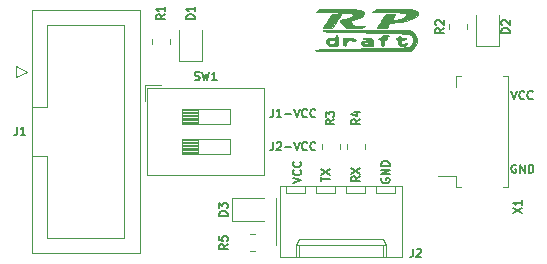
<source format=gbr>
%TF.GenerationSoftware,KiCad,Pcbnew,(5.1.8)-1*%
%TF.CreationDate,2022-04-17T09:09:35+02:00*%
%TF.ProjectId,UPDI-Adapter_V1.0,55504449-2d41-4646-9170-7465725f5631,rev?*%
%TF.SameCoordinates,Original*%
%TF.FileFunction,Legend,Top*%
%TF.FilePolarity,Positive*%
%FSLAX46Y46*%
G04 Gerber Fmt 4.6, Leading zero omitted, Abs format (unit mm)*
G04 Created by KiCad (PCBNEW (5.1.8)-1) date 2022-04-17 09:09:35*
%MOMM*%
%LPD*%
G01*
G04 APERTURE LIST*
%ADD10C,0.150000*%
%ADD11C,0.010000*%
%ADD12C,0.120000*%
G04 APERTURE END LIST*
D10*
X57769333Y-56766666D02*
X57769333Y-57266666D01*
X57736000Y-57366666D01*
X57669333Y-57433333D01*
X57569333Y-57466666D01*
X57502666Y-57466666D01*
X58069333Y-56833333D02*
X58102666Y-56800000D01*
X58169333Y-56766666D01*
X58336000Y-56766666D01*
X58402666Y-56800000D01*
X58436000Y-56833333D01*
X58469333Y-56900000D01*
X58469333Y-56966666D01*
X58436000Y-57066666D01*
X58036000Y-57466666D01*
X58469333Y-57466666D01*
X58769333Y-57200000D02*
X59302666Y-57200000D01*
X59536000Y-56766666D02*
X59769333Y-57466666D01*
X60002666Y-56766666D01*
X60636000Y-57400000D02*
X60602666Y-57433333D01*
X60502666Y-57466666D01*
X60436000Y-57466666D01*
X60336000Y-57433333D01*
X60269333Y-57366666D01*
X60236000Y-57300000D01*
X60202666Y-57166666D01*
X60202666Y-57066666D01*
X60236000Y-56933333D01*
X60269333Y-56866666D01*
X60336000Y-56800000D01*
X60436000Y-56766666D01*
X60502666Y-56766666D01*
X60602666Y-56800000D01*
X60636000Y-56833333D01*
X61336000Y-57400000D02*
X61302666Y-57433333D01*
X61202666Y-57466666D01*
X61136000Y-57466666D01*
X61036000Y-57433333D01*
X60969333Y-57366666D01*
X60936000Y-57300000D01*
X60902666Y-57166666D01*
X60902666Y-57066666D01*
X60936000Y-56933333D01*
X60969333Y-56866666D01*
X61036000Y-56800000D01*
X61136000Y-56766666D01*
X61202666Y-56766666D01*
X61302666Y-56800000D01*
X61336000Y-56833333D01*
X57769333Y-53972666D02*
X57769333Y-54472666D01*
X57736000Y-54572666D01*
X57669333Y-54639333D01*
X57569333Y-54672666D01*
X57502666Y-54672666D01*
X58469333Y-54672666D02*
X58069333Y-54672666D01*
X58269333Y-54672666D02*
X58269333Y-53972666D01*
X58202666Y-54072666D01*
X58136000Y-54139333D01*
X58069333Y-54172666D01*
X58769333Y-54406000D02*
X59302666Y-54406000D01*
X59536000Y-53972666D02*
X59769333Y-54672666D01*
X60002666Y-53972666D01*
X60636000Y-54606000D02*
X60602666Y-54639333D01*
X60502666Y-54672666D01*
X60436000Y-54672666D01*
X60336000Y-54639333D01*
X60269333Y-54572666D01*
X60236000Y-54506000D01*
X60202666Y-54372666D01*
X60202666Y-54272666D01*
X60236000Y-54139333D01*
X60269333Y-54072666D01*
X60336000Y-54006000D01*
X60436000Y-53972666D01*
X60502666Y-53972666D01*
X60602666Y-54006000D01*
X60636000Y-54039333D01*
X61336000Y-54606000D02*
X61302666Y-54639333D01*
X61202666Y-54672666D01*
X61136000Y-54672666D01*
X61036000Y-54639333D01*
X60969333Y-54572666D01*
X60936000Y-54506000D01*
X60902666Y-54372666D01*
X60902666Y-54272666D01*
X60936000Y-54139333D01*
X60969333Y-54072666D01*
X61036000Y-54006000D01*
X61136000Y-53972666D01*
X61202666Y-53972666D01*
X61302666Y-54006000D01*
X61336000Y-54039333D01*
X65086666Y-59679666D02*
X64753333Y-59913000D01*
X65086666Y-60079666D02*
X64386666Y-60079666D01*
X64386666Y-59813000D01*
X64420000Y-59746333D01*
X64453333Y-59713000D01*
X64520000Y-59679666D01*
X64620000Y-59679666D01*
X64686666Y-59713000D01*
X64720000Y-59746333D01*
X64753333Y-59813000D01*
X64753333Y-60079666D01*
X64386666Y-59446333D02*
X65086666Y-58979666D01*
X64386666Y-58979666D02*
X65086666Y-59446333D01*
X61846666Y-60096333D02*
X61846666Y-59696333D01*
X62546666Y-59896333D02*
X61846666Y-59896333D01*
X61846666Y-59529666D02*
X62546666Y-59063000D01*
X61846666Y-59063000D02*
X62546666Y-59529666D01*
X59433666Y-60242333D02*
X60133666Y-60009000D01*
X59433666Y-59775666D01*
X60067000Y-59142333D02*
X60100333Y-59175666D01*
X60133666Y-59275666D01*
X60133666Y-59342333D01*
X60100333Y-59442333D01*
X60033666Y-59509000D01*
X59967000Y-59542333D01*
X59833666Y-59575666D01*
X59733666Y-59575666D01*
X59600333Y-59542333D01*
X59533666Y-59509000D01*
X59467000Y-59442333D01*
X59433666Y-59342333D01*
X59433666Y-59275666D01*
X59467000Y-59175666D01*
X59500333Y-59142333D01*
X60067000Y-58442333D02*
X60100333Y-58475666D01*
X60133666Y-58575666D01*
X60133666Y-58642333D01*
X60100333Y-58742333D01*
X60033666Y-58809000D01*
X59967000Y-58842333D01*
X59833666Y-58875666D01*
X59733666Y-58875666D01*
X59600333Y-58842333D01*
X59533666Y-58809000D01*
X59467000Y-58742333D01*
X59433666Y-58642333D01*
X59433666Y-58575666D01*
X59467000Y-58475666D01*
X59500333Y-58442333D01*
X66960000Y-59842333D02*
X66926666Y-59909000D01*
X66926666Y-60009000D01*
X66960000Y-60109000D01*
X67026666Y-60175666D01*
X67093333Y-60209000D01*
X67226666Y-60242333D01*
X67326666Y-60242333D01*
X67460000Y-60209000D01*
X67526666Y-60175666D01*
X67593333Y-60109000D01*
X67626666Y-60009000D01*
X67626666Y-59942333D01*
X67593333Y-59842333D01*
X67560000Y-59809000D01*
X67326666Y-59809000D01*
X67326666Y-59942333D01*
X67626666Y-59509000D02*
X66926666Y-59509000D01*
X67626666Y-59109000D01*
X66926666Y-59109000D01*
X67626666Y-58775666D02*
X66926666Y-58775666D01*
X66926666Y-58609000D01*
X66960000Y-58509000D01*
X67026666Y-58442333D01*
X67093333Y-58409000D01*
X67226666Y-58375666D01*
X67326666Y-58375666D01*
X67460000Y-58409000D01*
X67526666Y-58442333D01*
X67593333Y-58509000D01*
X67626666Y-58609000D01*
X67626666Y-58775666D01*
X78333666Y-58705000D02*
X78267000Y-58671666D01*
X78167000Y-58671666D01*
X78067000Y-58705000D01*
X78000333Y-58771666D01*
X77967000Y-58838333D01*
X77933666Y-58971666D01*
X77933666Y-59071666D01*
X77967000Y-59205000D01*
X78000333Y-59271666D01*
X78067000Y-59338333D01*
X78167000Y-59371666D01*
X78233666Y-59371666D01*
X78333666Y-59338333D01*
X78367000Y-59305000D01*
X78367000Y-59071666D01*
X78233666Y-59071666D01*
X78667000Y-59371666D02*
X78667000Y-58671666D01*
X79067000Y-59371666D01*
X79067000Y-58671666D01*
X79400333Y-59371666D02*
X79400333Y-58671666D01*
X79567000Y-58671666D01*
X79667000Y-58705000D01*
X79733666Y-58771666D01*
X79767000Y-58838333D01*
X79800333Y-58971666D01*
X79800333Y-59071666D01*
X79767000Y-59205000D01*
X79733666Y-59271666D01*
X79667000Y-59338333D01*
X79567000Y-59371666D01*
X79400333Y-59371666D01*
X77933666Y-52448666D02*
X78167000Y-53148666D01*
X78400333Y-52448666D01*
X79033666Y-53082000D02*
X79000333Y-53115333D01*
X78900333Y-53148666D01*
X78833666Y-53148666D01*
X78733666Y-53115333D01*
X78667000Y-53048666D01*
X78633666Y-52982000D01*
X78600333Y-52848666D01*
X78600333Y-52748666D01*
X78633666Y-52615333D01*
X78667000Y-52548666D01*
X78733666Y-52482000D01*
X78833666Y-52448666D01*
X78900333Y-52448666D01*
X79000333Y-52482000D01*
X79033666Y-52515333D01*
X79733666Y-53082000D02*
X79700333Y-53115333D01*
X79600333Y-53148666D01*
X79533666Y-53148666D01*
X79433666Y-53115333D01*
X79367000Y-53048666D01*
X79333666Y-52982000D01*
X79300333Y-52848666D01*
X79300333Y-52748666D01*
X79333666Y-52615333D01*
X79367000Y-52548666D01*
X79433666Y-52482000D01*
X79533666Y-52448666D01*
X79600333Y-52448666D01*
X79700333Y-52482000D01*
X79733666Y-52515333D01*
D11*
%TO.C,G\u002A\u002A\u002A*%
G36*
X63860746Y-47249276D02*
G01*
X64351875Y-47250304D01*
X64921557Y-47251946D01*
X65575610Y-47254088D01*
X65638589Y-47254301D01*
X69301178Y-47266679D01*
X69489917Y-47374820D01*
X69715010Y-47549733D01*
X69867417Y-47765521D01*
X69946272Y-48007642D01*
X69950709Y-48261553D01*
X69879861Y-48512712D01*
X69732864Y-48746578D01*
X69580464Y-48895224D01*
X69406178Y-49035607D01*
X65373589Y-49047666D01*
X64636425Y-49049387D01*
X63966430Y-49049959D01*
X63366244Y-49049403D01*
X62838507Y-49047740D01*
X62385856Y-49044989D01*
X62010933Y-49041172D01*
X61716377Y-49036308D01*
X61504827Y-49030419D01*
X61378921Y-49023525D01*
X61341000Y-49016325D01*
X61373752Y-48953573D01*
X61382010Y-48947580D01*
X61432893Y-48942639D01*
X61567369Y-48936247D01*
X61778331Y-48928595D01*
X62058675Y-48919872D01*
X62401292Y-48910270D01*
X62799076Y-48899978D01*
X63244922Y-48889187D01*
X63731723Y-48878088D01*
X64252372Y-48866870D01*
X64799763Y-48855725D01*
X64840492Y-48854921D01*
X65566878Y-48840654D01*
X66208047Y-48828077D01*
X66769475Y-48816972D01*
X67256640Y-48807124D01*
X67675019Y-48798316D01*
X68030088Y-48790332D01*
X68327324Y-48782956D01*
X68572205Y-48775972D01*
X68770207Y-48769164D01*
X68926807Y-48762315D01*
X69047483Y-48755210D01*
X69137711Y-48747631D01*
X69202968Y-48739364D01*
X69248731Y-48730191D01*
X69280478Y-48719897D01*
X69303684Y-48708265D01*
X69323827Y-48695080D01*
X69346384Y-48680124D01*
X69351727Y-48676866D01*
X69518450Y-48528925D01*
X69616123Y-48337624D01*
X69639815Y-48123770D01*
X69584596Y-47908173D01*
X69549480Y-47842253D01*
X69528080Y-47803509D01*
X69510544Y-47768672D01*
X69492245Y-47737441D01*
X69468556Y-47709516D01*
X69434851Y-47684597D01*
X69386504Y-47662385D01*
X69318888Y-47642580D01*
X69227377Y-47624882D01*
X69107345Y-47608990D01*
X68954165Y-47594605D01*
X68763212Y-47581428D01*
X68529858Y-47569158D01*
X68249477Y-47557495D01*
X67917443Y-47546139D01*
X67529130Y-47534791D01*
X67079911Y-47523151D01*
X66565160Y-47510918D01*
X65980251Y-47497793D01*
X65320557Y-47483477D01*
X64581451Y-47467668D01*
X63758309Y-47450067D01*
X63370732Y-47441730D01*
X62978244Y-47433008D01*
X62667059Y-47425145D01*
X62427782Y-47417367D01*
X62251018Y-47408900D01*
X62127370Y-47398968D01*
X62047442Y-47386799D01*
X62001838Y-47371617D01*
X61981163Y-47352648D01*
X61976022Y-47329118D01*
X61976000Y-47326785D01*
X61978419Y-47311457D01*
X61989557Y-47298125D01*
X62015233Y-47286675D01*
X62061266Y-47276990D01*
X62133477Y-47268957D01*
X62237684Y-47262459D01*
X62379707Y-47257383D01*
X62565366Y-47253611D01*
X62800480Y-47251030D01*
X63090868Y-47249524D01*
X63442350Y-47248977D01*
X63860746Y-47249276D01*
G37*
X63860746Y-47249276D02*
X64351875Y-47250304D01*
X64921557Y-47251946D01*
X65575610Y-47254088D01*
X65638589Y-47254301D01*
X69301178Y-47266679D01*
X69489917Y-47374820D01*
X69715010Y-47549733D01*
X69867417Y-47765521D01*
X69946272Y-48007642D01*
X69950709Y-48261553D01*
X69879861Y-48512712D01*
X69732864Y-48746578D01*
X69580464Y-48895224D01*
X69406178Y-49035607D01*
X65373589Y-49047666D01*
X64636425Y-49049387D01*
X63966430Y-49049959D01*
X63366244Y-49049403D01*
X62838507Y-49047740D01*
X62385856Y-49044989D01*
X62010933Y-49041172D01*
X61716377Y-49036308D01*
X61504827Y-49030419D01*
X61378921Y-49023525D01*
X61341000Y-49016325D01*
X61373752Y-48953573D01*
X61382010Y-48947580D01*
X61432893Y-48942639D01*
X61567369Y-48936247D01*
X61778331Y-48928595D01*
X62058675Y-48919872D01*
X62401292Y-48910270D01*
X62799076Y-48899978D01*
X63244922Y-48889187D01*
X63731723Y-48878088D01*
X64252372Y-48866870D01*
X64799763Y-48855725D01*
X64840492Y-48854921D01*
X65566878Y-48840654D01*
X66208047Y-48828077D01*
X66769475Y-48816972D01*
X67256640Y-48807124D01*
X67675019Y-48798316D01*
X68030088Y-48790332D01*
X68327324Y-48782956D01*
X68572205Y-48775972D01*
X68770207Y-48769164D01*
X68926807Y-48762315D01*
X69047483Y-48755210D01*
X69137711Y-48747631D01*
X69202968Y-48739364D01*
X69248731Y-48730191D01*
X69280478Y-48719897D01*
X69303684Y-48708265D01*
X69323827Y-48695080D01*
X69346384Y-48680124D01*
X69351727Y-48676866D01*
X69518450Y-48528925D01*
X69616123Y-48337624D01*
X69639815Y-48123770D01*
X69584596Y-47908173D01*
X69549480Y-47842253D01*
X69528080Y-47803509D01*
X69510544Y-47768672D01*
X69492245Y-47737441D01*
X69468556Y-47709516D01*
X69434851Y-47684597D01*
X69386504Y-47662385D01*
X69318888Y-47642580D01*
X69227377Y-47624882D01*
X69107345Y-47608990D01*
X68954165Y-47594605D01*
X68763212Y-47581428D01*
X68529858Y-47569158D01*
X68249477Y-47557495D01*
X67917443Y-47546139D01*
X67529130Y-47534791D01*
X67079911Y-47523151D01*
X66565160Y-47510918D01*
X65980251Y-47497793D01*
X65320557Y-47483477D01*
X64581451Y-47467668D01*
X63758309Y-47450067D01*
X63370732Y-47441730D01*
X62978244Y-47433008D01*
X62667059Y-47425145D01*
X62427782Y-47417367D01*
X62251018Y-47408900D01*
X62127370Y-47398968D01*
X62047442Y-47386799D01*
X62001838Y-47371617D01*
X61981163Y-47352648D01*
X61976022Y-47329118D01*
X61976000Y-47326785D01*
X61978419Y-47311457D01*
X61989557Y-47298125D01*
X62015233Y-47286675D01*
X62061266Y-47276990D01*
X62133477Y-47268957D01*
X62237684Y-47262459D01*
X62379707Y-47257383D01*
X62565366Y-47253611D01*
X62800480Y-47251030D01*
X63090868Y-47249524D01*
X63442350Y-47248977D01*
X63860746Y-47249276D01*
G36*
X63174574Y-47727213D02*
G01*
X63202065Y-47759148D01*
X63218966Y-47832622D01*
X63229162Y-47964203D01*
X63236303Y-48162482D01*
X63238420Y-48350425D01*
X63233629Y-48499048D01*
X63222928Y-48588836D01*
X63213624Y-48606410D01*
X62952775Y-48617815D01*
X62765185Y-48622580D01*
X62633577Y-48619778D01*
X62540675Y-48608482D01*
X62469205Y-48587767D01*
X62415503Y-48563618D01*
X62318689Y-48500814D01*
X62272895Y-48417155D01*
X62257082Y-48302807D01*
X62261633Y-48233817D01*
X62482681Y-48233817D01*
X62483511Y-48371795D01*
X62542868Y-48445643D01*
X62671904Y-48468594D01*
X62680594Y-48468643D01*
X62816929Y-48455709D01*
X62926329Y-48424312D01*
X62931481Y-48421690D01*
X63006004Y-48341202D01*
X63007936Y-48241428D01*
X62937895Y-48156650D01*
X62926579Y-48150115D01*
X62819151Y-48120255D01*
X62680523Y-48113487D01*
X62665776Y-48114502D01*
X62549146Y-48135455D01*
X62495693Y-48183934D01*
X62482681Y-48233817D01*
X62261633Y-48233817D01*
X62266981Y-48152746D01*
X62329477Y-48052298D01*
X62454998Y-47994140D01*
X62653973Y-47970948D01*
X62731472Y-47969714D01*
X62885822Y-47967548D01*
X62971570Y-47954842D01*
X63010820Y-47922282D01*
X63025676Y-47860558D01*
X63027540Y-47844982D01*
X63060574Y-47747700D01*
X63132607Y-47720250D01*
X63174574Y-47727213D01*
G37*
X63174574Y-47727213D02*
X63202065Y-47759148D01*
X63218966Y-47832622D01*
X63229162Y-47964203D01*
X63236303Y-48162482D01*
X63238420Y-48350425D01*
X63233629Y-48499048D01*
X63222928Y-48588836D01*
X63213624Y-48606410D01*
X62952775Y-48617815D01*
X62765185Y-48622580D01*
X62633577Y-48619778D01*
X62540675Y-48608482D01*
X62469205Y-48587767D01*
X62415503Y-48563618D01*
X62318689Y-48500814D01*
X62272895Y-48417155D01*
X62257082Y-48302807D01*
X62261633Y-48233817D01*
X62482681Y-48233817D01*
X62483511Y-48371795D01*
X62542868Y-48445643D01*
X62671904Y-48468594D01*
X62680594Y-48468643D01*
X62816929Y-48455709D01*
X62926329Y-48424312D01*
X62931481Y-48421690D01*
X63006004Y-48341202D01*
X63007936Y-48241428D01*
X62937895Y-48156650D01*
X62926579Y-48150115D01*
X62819151Y-48120255D01*
X62680523Y-48113487D01*
X62665776Y-48114502D01*
X62549146Y-48135455D01*
X62495693Y-48183934D01*
X62482681Y-48233817D01*
X62261633Y-48233817D01*
X62266981Y-48152746D01*
X62329477Y-48052298D01*
X62454998Y-47994140D01*
X62653973Y-47970948D01*
X62731472Y-47969714D01*
X62885822Y-47967548D01*
X62971570Y-47954842D01*
X63010820Y-47922282D01*
X63025676Y-47860558D01*
X63027540Y-47844982D01*
X63060574Y-47747700D01*
X63132607Y-47720250D01*
X63174574Y-47727213D01*
G36*
X65913435Y-47975115D02*
G01*
X66057398Y-47998832D01*
X66141832Y-48052137D01*
X66182193Y-48146301D01*
X66193936Y-48292598D01*
X66194214Y-48334167D01*
X66194214Y-48604714D01*
X66024125Y-48609337D01*
X65857059Y-48614718D01*
X65682754Y-48621496D01*
X65672607Y-48621938D01*
X65531039Y-48622852D01*
X65415324Y-48614855D01*
X65400464Y-48612434D01*
X65262886Y-48553735D01*
X65200550Y-48444713D01*
X65196703Y-48400607D01*
X65423143Y-48400607D01*
X65450321Y-48445822D01*
X65542405Y-48466136D01*
X65623540Y-48468643D01*
X65763833Y-48462649D01*
X65873042Y-48447648D01*
X65895422Y-48441212D01*
X65951989Y-48402991D01*
X65928755Y-48368656D01*
X65836625Y-48343461D01*
X65686502Y-48332658D01*
X65669930Y-48332572D01*
X65520399Y-48338801D01*
X65443841Y-48360629D01*
X65423143Y-48400607D01*
X65196703Y-48400607D01*
X65196357Y-48396649D01*
X65224890Y-48298541D01*
X65316480Y-48235299D01*
X65480114Y-48202930D01*
X65646946Y-48196500D01*
X65817719Y-48187578D01*
X65904309Y-48165704D01*
X65905398Y-48138220D01*
X65819669Y-48112467D01*
X65664851Y-48096710D01*
X65506761Y-48078805D01*
X65409560Y-48047602D01*
X65388928Y-48026411D01*
X65404795Y-47995107D01*
X65485435Y-47977000D01*
X65642205Y-47969983D01*
X65694487Y-47969714D01*
X65913435Y-47975115D01*
G37*
X65913435Y-47975115D02*
X66057398Y-47998832D01*
X66141832Y-48052137D01*
X66182193Y-48146301D01*
X66193936Y-48292598D01*
X66194214Y-48334167D01*
X66194214Y-48604714D01*
X66024125Y-48609337D01*
X65857059Y-48614718D01*
X65682754Y-48621496D01*
X65672607Y-48621938D01*
X65531039Y-48622852D01*
X65415324Y-48614855D01*
X65400464Y-48612434D01*
X65262886Y-48553735D01*
X65200550Y-48444713D01*
X65196703Y-48400607D01*
X65423143Y-48400607D01*
X65450321Y-48445822D01*
X65542405Y-48466136D01*
X65623540Y-48468643D01*
X65763833Y-48462649D01*
X65873042Y-48447648D01*
X65895422Y-48441212D01*
X65951989Y-48402991D01*
X65928755Y-48368656D01*
X65836625Y-48343461D01*
X65686502Y-48332658D01*
X65669930Y-48332572D01*
X65520399Y-48338801D01*
X65443841Y-48360629D01*
X65423143Y-48400607D01*
X65196703Y-48400607D01*
X65196357Y-48396649D01*
X65224890Y-48298541D01*
X65316480Y-48235299D01*
X65480114Y-48202930D01*
X65646946Y-48196500D01*
X65817719Y-48187578D01*
X65904309Y-48165704D01*
X65905398Y-48138220D01*
X65819669Y-48112467D01*
X65664851Y-48096710D01*
X65506761Y-48078805D01*
X65409560Y-48047602D01*
X65388928Y-48026411D01*
X65404795Y-47995107D01*
X65485435Y-47977000D01*
X65642205Y-47969983D01*
X65694487Y-47969714D01*
X65913435Y-47975115D01*
G36*
X68535021Y-47811339D02*
G01*
X68539561Y-47822304D01*
X68589313Y-47907730D01*
X68674123Y-47952751D01*
X68818314Y-47968410D01*
X68862726Y-47969020D01*
X68995002Y-47981322D01*
X69046486Y-48010324D01*
X69023080Y-48046020D01*
X68930687Y-48078404D01*
X68787345Y-48096817D01*
X68552785Y-48110526D01*
X68552785Y-48289585D01*
X68557250Y-48404197D01*
X68588103Y-48455125D01*
X68671530Y-48468213D01*
X68734214Y-48468643D01*
X68847825Y-48458583D01*
X68911016Y-48433453D01*
X68915643Y-48423286D01*
X68950727Y-48386143D01*
X69027044Y-48380732D01*
X69101190Y-48406141D01*
X69122440Y-48427638D01*
X69124375Y-48496761D01*
X69054186Y-48556884D01*
X68930423Y-48601603D01*
X68771639Y-48624515D01*
X68596386Y-48619217D01*
X68575464Y-48616430D01*
X68431847Y-48577254D01*
X68354668Y-48498880D01*
X68327113Y-48360628D01*
X68326000Y-48309629D01*
X68317064Y-48180443D01*
X68283080Y-48115093D01*
X68235285Y-48092644D01*
X68156102Y-48047126D01*
X68160472Y-47989463D01*
X68230388Y-47948590D01*
X68312861Y-47885191D01*
X68339535Y-47832141D01*
X68392791Y-47758069D01*
X68470889Y-47750499D01*
X68535021Y-47811339D01*
G37*
X68535021Y-47811339D02*
X68539561Y-47822304D01*
X68589313Y-47907730D01*
X68674123Y-47952751D01*
X68818314Y-47968410D01*
X68862726Y-47969020D01*
X68995002Y-47981322D01*
X69046486Y-48010324D01*
X69023080Y-48046020D01*
X68930687Y-48078404D01*
X68787345Y-48096817D01*
X68552785Y-48110526D01*
X68552785Y-48289585D01*
X68557250Y-48404197D01*
X68588103Y-48455125D01*
X68671530Y-48468213D01*
X68734214Y-48468643D01*
X68847825Y-48458583D01*
X68911016Y-48433453D01*
X68915643Y-48423286D01*
X68950727Y-48386143D01*
X69027044Y-48380732D01*
X69101190Y-48406141D01*
X69122440Y-48427638D01*
X69124375Y-48496761D01*
X69054186Y-48556884D01*
X68930423Y-48601603D01*
X68771639Y-48624515D01*
X68596386Y-48619217D01*
X68575464Y-48616430D01*
X68431847Y-48577254D01*
X68354668Y-48498880D01*
X68327113Y-48360628D01*
X68326000Y-48309629D01*
X68317064Y-48180443D01*
X68283080Y-48115093D01*
X68235285Y-48092644D01*
X68156102Y-48047126D01*
X68160472Y-47989463D01*
X68230388Y-47948590D01*
X68312861Y-47885191D01*
X68339535Y-47832141D01*
X68392791Y-47758069D01*
X68470889Y-47750499D01*
X68535021Y-47811339D01*
G36*
X64520990Y-47984457D02*
G01*
X64611624Y-48003394D01*
X64667002Y-48036603D01*
X64670733Y-48040213D01*
X64728423Y-48115436D01*
X64742785Y-48155806D01*
X64707967Y-48212472D01*
X64627637Y-48225856D01*
X64537982Y-48192103D01*
X64522078Y-48179322D01*
X64385012Y-48112890D01*
X64215023Y-48128996D01*
X64108286Y-48173562D01*
X64012989Y-48244978D01*
X63970564Y-48350912D01*
X63963128Y-48411687D01*
X63942124Y-48529668D01*
X63894314Y-48583847D01*
X63846779Y-48596556D01*
X63754940Y-48582747D01*
X63719471Y-48545793D01*
X63707729Y-48465452D01*
X63704985Y-48330972D01*
X63708334Y-48237026D01*
X63722250Y-47993543D01*
X64160465Y-47980852D01*
X64376728Y-47977656D01*
X64520990Y-47984457D01*
G37*
X64520990Y-47984457D02*
X64611624Y-48003394D01*
X64667002Y-48036603D01*
X64670733Y-48040213D01*
X64728423Y-48115436D01*
X64742785Y-48155806D01*
X64707967Y-48212472D01*
X64627637Y-48225856D01*
X64537982Y-48192103D01*
X64522078Y-48179322D01*
X64385012Y-48112890D01*
X64215023Y-48128996D01*
X64108286Y-48173562D01*
X64012989Y-48244978D01*
X63970564Y-48350912D01*
X63963128Y-48411687D01*
X63942124Y-48529668D01*
X63894314Y-48583847D01*
X63846779Y-48596556D01*
X63754940Y-48582747D01*
X63719471Y-48545793D01*
X63707729Y-48465452D01*
X63704985Y-48330972D01*
X63708334Y-48237026D01*
X63722250Y-47993543D01*
X64160465Y-47980852D01*
X64376728Y-47977656D01*
X64520990Y-47984457D01*
G36*
X67475074Y-47729704D02*
G01*
X67566613Y-47752506D01*
X67581883Y-47782423D01*
X67516157Y-47812576D01*
X67389469Y-47833643D01*
X67260201Y-47857653D01*
X67174860Y-47892732D01*
X67158459Y-47911013D01*
X67177064Y-47949577D01*
X67226843Y-47949074D01*
X67328036Y-47952137D01*
X67395497Y-47991906D01*
X67401607Y-48051362D01*
X67399312Y-48055358D01*
X67334111Y-48094470D01*
X67257430Y-48105786D01*
X67193988Y-48112629D01*
X67160953Y-48147932D01*
X67148486Y-48233858D01*
X67146714Y-48355250D01*
X67143770Y-48498124D01*
X67128213Y-48572516D01*
X67089952Y-48600627D01*
X67033321Y-48604714D01*
X66961817Y-48595519D01*
X66928804Y-48551339D01*
X66919551Y-48447283D01*
X66919234Y-48411947D01*
X66909434Y-48255412D01*
X66872007Y-48158030D01*
X66792789Y-48089246D01*
X66761178Y-48070942D01*
X66670464Y-48021172D01*
X66761178Y-47988419D01*
X66853904Y-47930824D01*
X66949134Y-47838600D01*
X67018385Y-47770564D01*
X67101225Y-47735104D01*
X67228818Y-47722111D01*
X67311992Y-47720892D01*
X67475074Y-47729704D01*
G37*
X67475074Y-47729704D02*
X67566613Y-47752506D01*
X67581883Y-47782423D01*
X67516157Y-47812576D01*
X67389469Y-47833643D01*
X67260201Y-47857653D01*
X67174860Y-47892732D01*
X67158459Y-47911013D01*
X67177064Y-47949577D01*
X67226843Y-47949074D01*
X67328036Y-47952137D01*
X67395497Y-47991906D01*
X67401607Y-48051362D01*
X67399312Y-48055358D01*
X67334111Y-48094470D01*
X67257430Y-48105786D01*
X67193988Y-48112629D01*
X67160953Y-48147932D01*
X67148486Y-48233858D01*
X67146714Y-48355250D01*
X67143770Y-48498124D01*
X67128213Y-48572516D01*
X67089952Y-48600627D01*
X67033321Y-48604714D01*
X66961817Y-48595519D01*
X66928804Y-48551339D01*
X66919551Y-48447283D01*
X66919234Y-48411947D01*
X66909434Y-48255412D01*
X66872007Y-48158030D01*
X66792789Y-48089246D01*
X66761178Y-48070942D01*
X66670464Y-48021172D01*
X66761178Y-47988419D01*
X66853904Y-47930824D01*
X66949134Y-47838600D01*
X67018385Y-47770564D01*
X67101225Y-47735104D01*
X67228818Y-47722111D01*
X67311992Y-47720892D01*
X67475074Y-47729704D01*
G36*
X63298290Y-45931475D02*
G01*
X63434630Y-45937584D01*
X63509763Y-45946645D01*
X63518143Y-45951245D01*
X63494730Y-45995219D01*
X63430255Y-46101228D01*
X63333364Y-46255427D01*
X63212702Y-46443968D01*
X63149992Y-46540888D01*
X62781841Y-47107929D01*
X61965567Y-47107929D01*
X62043769Y-46983197D01*
X62099103Y-46896268D01*
X62190832Y-46753571D01*
X62305894Y-46575378D01*
X62423182Y-46394355D01*
X62724393Y-45930245D01*
X63121268Y-45929444D01*
X63298290Y-45931475D01*
G37*
X63298290Y-45931475D02*
X63434630Y-45937584D01*
X63509763Y-45946645D01*
X63518143Y-45951245D01*
X63494730Y-45995219D01*
X63430255Y-46101228D01*
X63333364Y-46255427D01*
X63212702Y-46443968D01*
X63149992Y-46540888D01*
X62781841Y-47107929D01*
X61965567Y-47107929D01*
X62043769Y-46983197D01*
X62099103Y-46896268D01*
X62190832Y-46753571D01*
X62305894Y-46575378D01*
X62423182Y-46394355D01*
X62724393Y-45930245D01*
X63121268Y-45929444D01*
X63298290Y-45931475D01*
G36*
X63603497Y-45477468D02*
G01*
X64051318Y-45485306D01*
X64422966Y-45499559D01*
X64725658Y-45521201D01*
X64966608Y-45551204D01*
X65153033Y-45590542D01*
X65292149Y-45640187D01*
X65391170Y-45701114D01*
X65457314Y-45774295D01*
X65471782Y-45798705D01*
X65488678Y-45915372D01*
X65417520Y-46033244D01*
X65260919Y-46150510D01*
X65021486Y-46265359D01*
X64701831Y-46375980D01*
X64595375Y-46406766D01*
X64427166Y-46466036D01*
X64346361Y-46532536D01*
X64349724Y-46617168D01*
X64434019Y-46730835D01*
X64484141Y-46781531D01*
X64556522Y-46848272D01*
X64622004Y-46890555D01*
X64703284Y-46913959D01*
X64823060Y-46924065D01*
X65004031Y-46926454D01*
X65073784Y-46926500D01*
X65261073Y-46930143D01*
X65408716Y-46939947D01*
X65497226Y-46954225D01*
X65513857Y-46964577D01*
X65481105Y-47018105D01*
X65379350Y-47058384D01*
X65203345Y-47086235D01*
X64947840Y-47102475D01*
X64607587Y-47107923D01*
X64594979Y-47107929D01*
X63907155Y-47107929D01*
X63667292Y-46850194D01*
X63552504Y-46717109D01*
X63467654Y-46600166D01*
X63428432Y-46521416D01*
X63427428Y-46513071D01*
X63431921Y-46471759D01*
X63455880Y-46440175D01*
X63515030Y-46411699D01*
X63625094Y-46379709D01*
X63801795Y-46337583D01*
X63894134Y-46316530D01*
X64170683Y-46240098D01*
X64365180Y-46155817D01*
X64475385Y-46065426D01*
X64499058Y-45970663D01*
X64448078Y-45886572D01*
X64417585Y-45866648D01*
X64363704Y-45850240D01*
X64277305Y-45836804D01*
X64149256Y-45825794D01*
X63970427Y-45816668D01*
X63731686Y-45808879D01*
X63423902Y-45801883D01*
X63037946Y-45795137D01*
X62871982Y-45792572D01*
X61367140Y-45769893D01*
X61553365Y-45622482D01*
X61739590Y-45475072D01*
X63072288Y-45475072D01*
X63603497Y-45477468D01*
G37*
X63603497Y-45477468D02*
X64051318Y-45485306D01*
X64422966Y-45499559D01*
X64725658Y-45521201D01*
X64966608Y-45551204D01*
X65153033Y-45590542D01*
X65292149Y-45640187D01*
X65391170Y-45701114D01*
X65457314Y-45774295D01*
X65471782Y-45798705D01*
X65488678Y-45915372D01*
X65417520Y-46033244D01*
X65260919Y-46150510D01*
X65021486Y-46265359D01*
X64701831Y-46375980D01*
X64595375Y-46406766D01*
X64427166Y-46466036D01*
X64346361Y-46532536D01*
X64349724Y-46617168D01*
X64434019Y-46730835D01*
X64484141Y-46781531D01*
X64556522Y-46848272D01*
X64622004Y-46890555D01*
X64703284Y-46913959D01*
X64823060Y-46924065D01*
X65004031Y-46926454D01*
X65073784Y-46926500D01*
X65261073Y-46930143D01*
X65408716Y-46939947D01*
X65497226Y-46954225D01*
X65513857Y-46964577D01*
X65481105Y-47018105D01*
X65379350Y-47058384D01*
X65203345Y-47086235D01*
X64947840Y-47102475D01*
X64607587Y-47107923D01*
X64594979Y-47107929D01*
X63907155Y-47107929D01*
X63667292Y-46850194D01*
X63552504Y-46717109D01*
X63467654Y-46600166D01*
X63428432Y-46521416D01*
X63427428Y-46513071D01*
X63431921Y-46471759D01*
X63455880Y-46440175D01*
X63515030Y-46411699D01*
X63625094Y-46379709D01*
X63801795Y-46337583D01*
X63894134Y-46316530D01*
X64170683Y-46240098D01*
X64365180Y-46155817D01*
X64475385Y-46065426D01*
X64499058Y-45970663D01*
X64448078Y-45886572D01*
X64417585Y-45866648D01*
X64363704Y-45850240D01*
X64277305Y-45836804D01*
X64149256Y-45825794D01*
X63970427Y-45816668D01*
X63731686Y-45808879D01*
X63423902Y-45801883D01*
X63037946Y-45795137D01*
X62871982Y-45792572D01*
X61367140Y-45769893D01*
X61553365Y-45622482D01*
X61739590Y-45475072D01*
X63072288Y-45475072D01*
X63603497Y-45477468D01*
G36*
X68315720Y-45479476D02*
G01*
X68764262Y-45488056D01*
X69132403Y-45503231D01*
X69425206Y-45525372D01*
X69647732Y-45554854D01*
X69805043Y-45592047D01*
X69895194Y-45632516D01*
X70023518Y-45749458D01*
X70062542Y-45875102D01*
X70034635Y-45975511D01*
X69914877Y-46119900D01*
X69705412Y-46252512D01*
X69406182Y-46373370D01*
X69017129Y-46482496D01*
X68538193Y-46579913D01*
X68369358Y-46608073D01*
X68137232Y-46645334D01*
X67931557Y-46678912D01*
X67771968Y-46705563D01*
X67678095Y-46722041D01*
X67668321Y-46723956D01*
X67592111Y-46772850D01*
X67506280Y-46874158D01*
X67474199Y-46925300D01*
X67370791Y-47107929D01*
X66963931Y-47107929D01*
X66784481Y-47105867D01*
X66645462Y-47100347D01*
X66567147Y-47092362D01*
X66557071Y-47087947D01*
X66580397Y-47044880D01*
X66644645Y-46939568D01*
X66741219Y-46785774D01*
X66861526Y-46597263D01*
X66925297Y-46498305D01*
X67293522Y-45928643D01*
X67696368Y-45928643D01*
X67874843Y-45931457D01*
X68012789Y-45938987D01*
X68089834Y-45949868D01*
X68099214Y-45955659D01*
X68075344Y-46007124D01*
X68016736Y-46098301D01*
X68005224Y-46114671D01*
X67934063Y-46252947D01*
X67940694Y-46353660D01*
X68023903Y-46411022D01*
X68069095Y-46419584D01*
X68201809Y-46412002D01*
X68383799Y-46373390D01*
X68583340Y-46313560D01*
X68768707Y-46242321D01*
X68908174Y-46169483D01*
X68931060Y-46153036D01*
X69017015Y-46052256D01*
X69049921Y-45943232D01*
X69025700Y-45853720D01*
X68979969Y-45820103D01*
X68917927Y-45813164D01*
X68777013Y-45806822D01*
X68569069Y-45801310D01*
X68305937Y-45796858D01*
X67999458Y-45793699D01*
X67661473Y-45792065D01*
X67539879Y-45791897D01*
X66171535Y-45791222D01*
X66534393Y-45478478D01*
X67781714Y-45477119D01*
X68315720Y-45479476D01*
G37*
X68315720Y-45479476D02*
X68764262Y-45488056D01*
X69132403Y-45503231D01*
X69425206Y-45525372D01*
X69647732Y-45554854D01*
X69805043Y-45592047D01*
X69895194Y-45632516D01*
X70023518Y-45749458D01*
X70062542Y-45875102D01*
X70034635Y-45975511D01*
X69914877Y-46119900D01*
X69705412Y-46252512D01*
X69406182Y-46373370D01*
X69017129Y-46482496D01*
X68538193Y-46579913D01*
X68369358Y-46608073D01*
X68137232Y-46645334D01*
X67931557Y-46678912D01*
X67771968Y-46705563D01*
X67678095Y-46722041D01*
X67668321Y-46723956D01*
X67592111Y-46772850D01*
X67506280Y-46874158D01*
X67474199Y-46925300D01*
X67370791Y-47107929D01*
X66963931Y-47107929D01*
X66784481Y-47105867D01*
X66645462Y-47100347D01*
X66567147Y-47092362D01*
X66557071Y-47087947D01*
X66580397Y-47044880D01*
X66644645Y-46939568D01*
X66741219Y-46785774D01*
X66861526Y-46597263D01*
X66925297Y-46498305D01*
X67293522Y-45928643D01*
X67696368Y-45928643D01*
X67874843Y-45931457D01*
X68012789Y-45938987D01*
X68089834Y-45949868D01*
X68099214Y-45955659D01*
X68075344Y-46007124D01*
X68016736Y-46098301D01*
X68005224Y-46114671D01*
X67934063Y-46252947D01*
X67940694Y-46353660D01*
X68023903Y-46411022D01*
X68069095Y-46419584D01*
X68201809Y-46412002D01*
X68383799Y-46373390D01*
X68583340Y-46313560D01*
X68768707Y-46242321D01*
X68908174Y-46169483D01*
X68931060Y-46153036D01*
X69017015Y-46052256D01*
X69049921Y-45943232D01*
X69025700Y-45853720D01*
X68979969Y-45820103D01*
X68917927Y-45813164D01*
X68777013Y-45806822D01*
X68569069Y-45801310D01*
X68305937Y-45796858D01*
X67999458Y-45793699D01*
X67661473Y-45792065D01*
X67539879Y-45791897D01*
X66171535Y-45791222D01*
X66534393Y-45478478D01*
X67781714Y-45477119D01*
X68315720Y-45479476D01*
D12*
%TO.C,D1*%
X49840000Y-47260000D02*
X49840000Y-49945000D01*
X49840000Y-49945000D02*
X51760000Y-49945000D01*
X51760000Y-49945000D02*
X51760000Y-47260000D01*
%TO.C,D2*%
X76906000Y-48675000D02*
X76906000Y-45990000D01*
X74986000Y-48675000D02*
X76906000Y-48675000D01*
X74986000Y-45990000D02*
X74986000Y-48675000D01*
%TO.C,J1*%
X37350000Y-45590000D02*
X46470000Y-45590000D01*
X46470000Y-45590000D02*
X46470000Y-66170000D01*
X46470000Y-66170000D02*
X37350000Y-66170000D01*
X37350000Y-66170000D02*
X37350000Y-45590000D01*
X37350000Y-53830000D02*
X38660000Y-53830000D01*
X38660000Y-53830000D02*
X38660000Y-46890000D01*
X38660000Y-46890000D02*
X45160000Y-46890000D01*
X45160000Y-46890000D02*
X45160000Y-64870000D01*
X45160000Y-64870000D02*
X38660000Y-64870000D01*
X38660000Y-64870000D02*
X38660000Y-57930000D01*
X38660000Y-57930000D02*
X38660000Y-57930000D01*
X38660000Y-57930000D02*
X37350000Y-57930000D01*
X36960000Y-50800000D02*
X35960000Y-50300000D01*
X35960000Y-50300000D02*
X35960000Y-51300000D01*
X35960000Y-51300000D02*
X36960000Y-50800000D01*
%TO.C,J2*%
X58310000Y-60470000D02*
X58310000Y-66490000D01*
X58310000Y-66490000D02*
X68690000Y-66490000D01*
X68690000Y-66490000D02*
X68690000Y-60470000D01*
X68690000Y-60470000D02*
X58310000Y-60470000D01*
X58020000Y-61500000D02*
X58020000Y-65500000D01*
X59690000Y-66490000D02*
X59690000Y-65490000D01*
X59690000Y-65490000D02*
X67310000Y-65490000D01*
X67310000Y-65490000D02*
X67310000Y-66490000D01*
X59690000Y-65490000D02*
X59940000Y-64960000D01*
X59940000Y-64960000D02*
X67060000Y-64960000D01*
X67060000Y-64960000D02*
X67310000Y-65490000D01*
X59940000Y-66490000D02*
X59940000Y-65490000D01*
X67060000Y-66490000D02*
X67060000Y-65490000D01*
X58890000Y-60470000D02*
X58890000Y-61070000D01*
X58890000Y-61070000D02*
X60490000Y-61070000D01*
X60490000Y-61070000D02*
X60490000Y-60470000D01*
X61430000Y-60470000D02*
X61430000Y-61070000D01*
X61430000Y-61070000D02*
X63030000Y-61070000D01*
X63030000Y-61070000D02*
X63030000Y-60470000D01*
X63970000Y-60470000D02*
X63970000Y-61070000D01*
X63970000Y-61070000D02*
X65570000Y-61070000D01*
X65570000Y-61070000D02*
X65570000Y-60470000D01*
X66510000Y-60470000D02*
X66510000Y-61070000D01*
X66510000Y-61070000D02*
X68110000Y-61070000D01*
X68110000Y-61070000D02*
X68110000Y-60470000D01*
%TO.C,R1*%
X47525000Y-48487064D02*
X47525000Y-48032936D01*
X48995000Y-48487064D02*
X48995000Y-48032936D01*
%TO.C,R2*%
X74141000Y-47217064D02*
X74141000Y-46762936D01*
X72671000Y-47217064D02*
X72671000Y-46762936D01*
%TO.C,X1*%
X73670000Y-60615000D02*
X73220000Y-60615000D01*
X73220000Y-60615000D02*
X73220000Y-59665000D01*
X73220000Y-59665000D02*
X71730000Y-59665000D01*
X73670000Y-51145000D02*
X73220000Y-51145000D01*
X73220000Y-51145000D02*
X73220000Y-52095000D01*
X77190000Y-60615000D02*
X77640000Y-60615000D01*
X77640000Y-60615000D02*
X77640000Y-51145000D01*
X77640000Y-51145000D02*
X77190000Y-51145000D01*
%TO.C,R3*%
X61930001Y-57377064D02*
X61930001Y-56922936D01*
X63400001Y-57377064D02*
X63400001Y-56922936D01*
%TO.C,R4*%
X65505000Y-57377064D02*
X65505000Y-56922936D01*
X64035000Y-57377064D02*
X64035000Y-56922936D01*
%TO.C,SW1*%
X51393333Y-56515000D02*
X51393333Y-57785000D01*
X50040000Y-57715000D02*
X51393333Y-57715000D01*
X50040000Y-57595000D02*
X51393333Y-57595000D01*
X50040000Y-57475000D02*
X51393333Y-57475000D01*
X50040000Y-57355000D02*
X51393333Y-57355000D01*
X50040000Y-57235000D02*
X51393333Y-57235000D01*
X50040000Y-57115000D02*
X51393333Y-57115000D01*
X50040000Y-56995000D02*
X51393333Y-56995000D01*
X50040000Y-56875000D02*
X51393333Y-56875000D01*
X50040000Y-56755000D02*
X51393333Y-56755000D01*
X50040000Y-56635000D02*
X51393333Y-56635000D01*
X54100000Y-56515000D02*
X50040000Y-56515000D01*
X54100000Y-57785000D02*
X54100000Y-56515000D01*
X50040000Y-57785000D02*
X54100000Y-57785000D01*
X50040000Y-56515000D02*
X50040000Y-57785000D01*
X51393333Y-53975000D02*
X51393333Y-55245000D01*
X50040000Y-55175000D02*
X51393333Y-55175000D01*
X50040000Y-55055000D02*
X51393333Y-55055000D01*
X50040000Y-54935000D02*
X51393333Y-54935000D01*
X50040000Y-54815000D02*
X51393333Y-54815000D01*
X50040000Y-54695000D02*
X51393333Y-54695000D01*
X50040000Y-54575000D02*
X51393333Y-54575000D01*
X50040000Y-54455000D02*
X51393333Y-54455000D01*
X50040000Y-54335000D02*
X51393333Y-54335000D01*
X50040000Y-54215000D02*
X51393333Y-54215000D01*
X50040000Y-54095000D02*
X51393333Y-54095000D01*
X54100000Y-53975000D02*
X50040000Y-53975000D01*
X54100000Y-55245000D02*
X54100000Y-53975000D01*
X50040000Y-55245000D02*
X54100000Y-55245000D01*
X50040000Y-53975000D02*
X50040000Y-55245000D01*
X46880000Y-51950000D02*
X46880000Y-53333000D01*
X46880000Y-51950000D02*
X48264000Y-51950000D01*
X57020000Y-52190000D02*
X57020000Y-59570000D01*
X47120000Y-52190000D02*
X47120000Y-59570000D01*
X47120000Y-59570000D02*
X57020000Y-59570000D01*
X47120000Y-52190000D02*
X57020000Y-52190000D01*
%TO.C,D3*%
X54273500Y-63444000D02*
X56958500Y-63444000D01*
X54273500Y-61524000D02*
X54273500Y-63444000D01*
X56958500Y-61524000D02*
X54273500Y-61524000D01*
%TO.C,R5*%
X56257564Y-64543000D02*
X55803436Y-64543000D01*
X56257564Y-66013000D02*
X55803436Y-66013000D01*
%TO.C,D1*%
D10*
X51116666Y-46363666D02*
X50416666Y-46363666D01*
X50416666Y-46197000D01*
X50450000Y-46097000D01*
X50516666Y-46030333D01*
X50583333Y-45997000D01*
X50716666Y-45963666D01*
X50816666Y-45963666D01*
X50950000Y-45997000D01*
X51016666Y-46030333D01*
X51083333Y-46097000D01*
X51116666Y-46197000D01*
X51116666Y-46363666D01*
X51116666Y-45297000D02*
X51116666Y-45697000D01*
X51116666Y-45497000D02*
X50416666Y-45497000D01*
X50516666Y-45563666D01*
X50583333Y-45630333D01*
X50616666Y-45697000D01*
%TO.C,D2*%
X77786666Y-47506666D02*
X77086666Y-47506666D01*
X77086666Y-47340000D01*
X77120000Y-47240000D01*
X77186666Y-47173333D01*
X77253333Y-47140000D01*
X77386666Y-47106666D01*
X77486666Y-47106666D01*
X77620000Y-47140000D01*
X77686666Y-47173333D01*
X77753333Y-47240000D01*
X77786666Y-47340000D01*
X77786666Y-47506666D01*
X77153333Y-46840000D02*
X77120000Y-46806666D01*
X77086666Y-46740000D01*
X77086666Y-46573333D01*
X77120000Y-46506666D01*
X77153333Y-46473333D01*
X77220000Y-46440000D01*
X77286666Y-46440000D01*
X77386666Y-46473333D01*
X77786666Y-46873333D01*
X77786666Y-46440000D01*
%TO.C,J1*%
X36088666Y-55496666D02*
X36088666Y-55996666D01*
X36055333Y-56096666D01*
X35988666Y-56163333D01*
X35888666Y-56196666D01*
X35822000Y-56196666D01*
X36788666Y-56196666D02*
X36388666Y-56196666D01*
X36588666Y-56196666D02*
X36588666Y-55496666D01*
X36522000Y-55596666D01*
X36455333Y-55663333D01*
X36388666Y-55696666D01*
%TO.C,J2*%
X69616666Y-65783666D02*
X69616666Y-66283666D01*
X69583333Y-66383666D01*
X69516666Y-66450333D01*
X69416666Y-66483666D01*
X69350000Y-66483666D01*
X69916666Y-65850333D02*
X69950000Y-65817000D01*
X70016666Y-65783666D01*
X70183333Y-65783666D01*
X70250000Y-65817000D01*
X70283333Y-65850333D01*
X70316666Y-65917000D01*
X70316666Y-65983666D01*
X70283333Y-66083666D01*
X69883333Y-66483666D01*
X70316666Y-66483666D01*
%TO.C,R1*%
X48576666Y-45963666D02*
X48243333Y-46197000D01*
X48576666Y-46363666D02*
X47876666Y-46363666D01*
X47876666Y-46097000D01*
X47910000Y-46030333D01*
X47943333Y-45997000D01*
X48010000Y-45963666D01*
X48110000Y-45963666D01*
X48176666Y-45997000D01*
X48210000Y-46030333D01*
X48243333Y-46097000D01*
X48243333Y-46363666D01*
X48576666Y-45297000D02*
X48576666Y-45697000D01*
X48576666Y-45497000D02*
X47876666Y-45497000D01*
X47976666Y-45563666D01*
X48043333Y-45630333D01*
X48076666Y-45697000D01*
%TO.C,R2*%
X72198666Y-47106666D02*
X71865333Y-47340000D01*
X72198666Y-47506666D02*
X71498666Y-47506666D01*
X71498666Y-47240000D01*
X71532000Y-47173333D01*
X71565333Y-47140000D01*
X71632000Y-47106666D01*
X71732000Y-47106666D01*
X71798666Y-47140000D01*
X71832000Y-47173333D01*
X71865333Y-47240000D01*
X71865333Y-47506666D01*
X71565333Y-46840000D02*
X71532000Y-46806666D01*
X71498666Y-46740000D01*
X71498666Y-46573333D01*
X71532000Y-46506666D01*
X71565333Y-46473333D01*
X71632000Y-46440000D01*
X71698666Y-46440000D01*
X71798666Y-46473333D01*
X72198666Y-46873333D01*
X72198666Y-46440000D01*
%TO.C,X1*%
X78102666Y-62796666D02*
X78802666Y-62330000D01*
X78102666Y-62330000D02*
X78802666Y-62796666D01*
X78802666Y-61696666D02*
X78802666Y-62096666D01*
X78802666Y-61896666D02*
X78102666Y-61896666D01*
X78202666Y-61963333D01*
X78269333Y-62030000D01*
X78302666Y-62096666D01*
%TO.C,R3*%
X62927666Y-54853666D02*
X62594333Y-55087000D01*
X62927666Y-55253666D02*
X62227666Y-55253666D01*
X62227666Y-54987000D01*
X62261000Y-54920333D01*
X62294333Y-54887000D01*
X62361000Y-54853666D01*
X62461000Y-54853666D01*
X62527666Y-54887000D01*
X62561000Y-54920333D01*
X62594333Y-54987000D01*
X62594333Y-55253666D01*
X62227666Y-54620333D02*
X62227666Y-54187000D01*
X62494333Y-54420333D01*
X62494333Y-54320333D01*
X62527666Y-54253666D01*
X62561000Y-54220333D01*
X62627666Y-54187000D01*
X62794333Y-54187000D01*
X62861000Y-54220333D01*
X62894333Y-54253666D01*
X62927666Y-54320333D01*
X62927666Y-54520333D01*
X62894333Y-54587000D01*
X62861000Y-54620333D01*
%TO.C,R4*%
X65086666Y-54853666D02*
X64753333Y-55087000D01*
X65086666Y-55253666D02*
X64386666Y-55253666D01*
X64386666Y-54987000D01*
X64420000Y-54920333D01*
X64453333Y-54887000D01*
X64520000Y-54853666D01*
X64620000Y-54853666D01*
X64686666Y-54887000D01*
X64720000Y-54920333D01*
X64753333Y-54987000D01*
X64753333Y-55253666D01*
X64620000Y-54253666D02*
X65086666Y-54253666D01*
X64353333Y-54420333D02*
X64853333Y-54587000D01*
X64853333Y-54153666D01*
%TO.C,SW1*%
X51136666Y-51473333D02*
X51236666Y-51506666D01*
X51403333Y-51506666D01*
X51470000Y-51473333D01*
X51503333Y-51440000D01*
X51536666Y-51373333D01*
X51536666Y-51306666D01*
X51503333Y-51240000D01*
X51470000Y-51206666D01*
X51403333Y-51173333D01*
X51270000Y-51140000D01*
X51203333Y-51106666D01*
X51170000Y-51073333D01*
X51136666Y-51006666D01*
X51136666Y-50940000D01*
X51170000Y-50873333D01*
X51203333Y-50840000D01*
X51270000Y-50806666D01*
X51436666Y-50806666D01*
X51536666Y-50840000D01*
X51770000Y-50806666D02*
X51936666Y-51506666D01*
X52070000Y-51006666D01*
X52203333Y-51506666D01*
X52370000Y-50806666D01*
X53003333Y-51506666D02*
X52603333Y-51506666D01*
X52803333Y-51506666D02*
X52803333Y-50806666D01*
X52736666Y-50906666D01*
X52670000Y-50973333D01*
X52603333Y-51006666D01*
%TO.C,D3*%
X53910666Y-63000666D02*
X53210666Y-63000666D01*
X53210666Y-62834000D01*
X53244000Y-62734000D01*
X53310666Y-62667333D01*
X53377333Y-62634000D01*
X53510666Y-62600666D01*
X53610666Y-62600666D01*
X53744000Y-62634000D01*
X53810666Y-62667333D01*
X53877333Y-62734000D01*
X53910666Y-62834000D01*
X53910666Y-63000666D01*
X53210666Y-62367333D02*
X53210666Y-61934000D01*
X53477333Y-62167333D01*
X53477333Y-62067333D01*
X53510666Y-62000666D01*
X53544000Y-61967333D01*
X53610666Y-61934000D01*
X53777333Y-61934000D01*
X53844000Y-61967333D01*
X53877333Y-62000666D01*
X53910666Y-62067333D01*
X53910666Y-62267333D01*
X53877333Y-62334000D01*
X53844000Y-62367333D01*
%TO.C,R5*%
X53910666Y-65394666D02*
X53577333Y-65628000D01*
X53910666Y-65794666D02*
X53210666Y-65794666D01*
X53210666Y-65528000D01*
X53244000Y-65461333D01*
X53277333Y-65428000D01*
X53344000Y-65394666D01*
X53444000Y-65394666D01*
X53510666Y-65428000D01*
X53544000Y-65461333D01*
X53577333Y-65528000D01*
X53577333Y-65794666D01*
X53210666Y-64761333D02*
X53210666Y-65094666D01*
X53544000Y-65128000D01*
X53510666Y-65094666D01*
X53477333Y-65028000D01*
X53477333Y-64861333D01*
X53510666Y-64794666D01*
X53544000Y-64761333D01*
X53610666Y-64728000D01*
X53777333Y-64728000D01*
X53844000Y-64761333D01*
X53877333Y-64794666D01*
X53910666Y-64861333D01*
X53910666Y-65028000D01*
X53877333Y-65094666D01*
X53844000Y-65128000D01*
%TD*%
M02*

</source>
